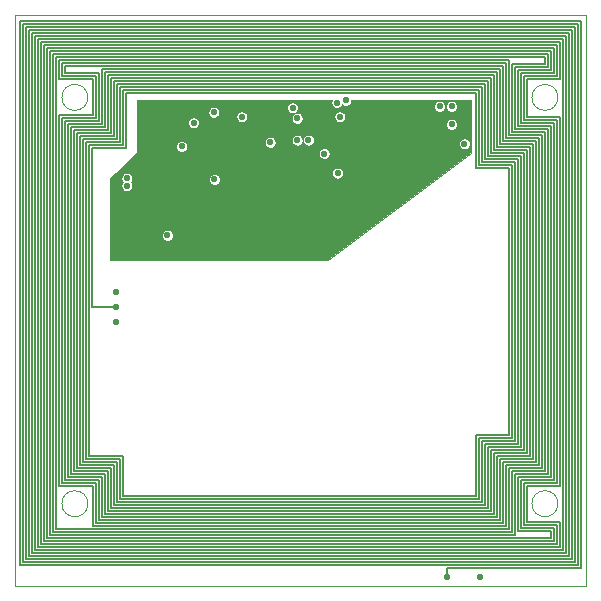
<source format=gbr>
%TF.GenerationSoftware,KiCad,Pcbnew,(5.1.4)-1*%
%TF.CreationDate,2019-10-25T20:31:38-07:00*%
%TF.ProjectId,SolarCellX_v3,536f6c61-7243-4656-9c6c-585f76332e6b,rev?*%
%TF.SameCoordinates,Original*%
%TF.FileFunction,Copper,L4,Inr*%
%TF.FilePolarity,Positive*%
%FSLAX46Y46*%
G04 Gerber Fmt 4.6, Leading zero omitted, Abs format (unit mm)*
G04 Created by KiCad (PCBNEW (5.1.4)-1) date 2019-10-25 20:31:38*
%MOMM*%
%LPD*%
G04 APERTURE LIST*
%ADD10C,0.050000*%
%ADD11C,0.584200*%
%ADD12C,0.127000*%
%ADD13C,0.088900*%
G04 APERTURE END LIST*
D10*
X96200000Y-47000000D02*
G75*
G03X96200000Y-47000000I-1100000J0D01*
G01*
X96200000Y-81400000D02*
G75*
G03X96200000Y-81400000I-1100000J0D01*
G01*
X136000000Y-81400000D02*
G75*
G03X136000000Y-81400000I-1100000J0D01*
G01*
X136000000Y-47000000D02*
G75*
G03X136000000Y-47000000I-1100000J0D01*
G01*
X90000000Y-88400000D02*
X138400000Y-88400000D01*
X90000000Y-88400000D02*
X90000000Y-40000000D01*
X138400000Y-40000000D02*
X138400000Y-88400000D01*
X90000000Y-40000000D02*
X138400000Y-40000000D01*
D11*
X106253260Y-51754256D03*
X107523260Y-51754256D03*
X106253260Y-50509656D03*
X109410500Y-52514500D03*
X107530900Y-50485040D03*
X106923840Y-51092100D03*
X104302012Y-52519693D03*
X122999500Y-53276500D03*
X122999500Y-52578000D03*
X122999500Y-51879500D03*
X122999500Y-49276000D03*
X124142510Y-49466500D03*
X124523500Y-50927000D03*
X122999500Y-48387000D03*
X125984000Y-47752000D03*
X117537610Y-48650791D03*
X117348000Y-53403500D03*
X128079500Y-50927000D03*
X127000000Y-47752000D03*
X118047740Y-47243775D03*
X127000000Y-49276000D03*
X117284500Y-47434502D03*
X106913660Y-53938656D03*
X113538000Y-47879000D03*
X105156000Y-49149000D03*
X111633000Y-50800000D03*
X113919000Y-48768000D03*
X116205000Y-51752500D03*
X106870500Y-48260000D03*
X109232672Y-48653690D03*
X104144156Y-51144656D03*
X102933500Y-58674000D03*
X99504500Y-53848000D03*
X99504500Y-54483000D03*
X126619000Y-87630000D03*
X98552000Y-64770000D03*
X98552000Y-63500000D03*
X98552000Y-66040000D03*
X129413000Y-87630000D03*
X113919000Y-50609500D03*
X114871500Y-50609500D03*
D12*
X97155000Y-82804000D02*
X131064000Y-82804000D01*
X97155000Y-79375000D02*
X97155000Y-82804000D01*
X94234000Y-79375000D02*
X97155000Y-79375000D01*
X131826000Y-78359000D02*
X134620000Y-78359000D01*
X94234000Y-44958000D02*
X97155000Y-44958000D01*
X131318000Y-44323000D02*
X94234000Y-44323000D01*
X131318000Y-50673000D02*
X131318000Y-44323000D01*
X97155000Y-49022000D02*
X94234000Y-49022000D01*
X134112000Y-77851000D02*
X134112000Y-50673000D01*
X131318000Y-77851000D02*
X134112000Y-77851000D01*
X93726000Y-43815000D02*
X93726000Y-45466000D01*
X134620000Y-50165000D02*
X131826000Y-50165000D01*
X131826000Y-50165000D02*
X131826000Y-43815000D01*
X96901000Y-83058000D02*
X131318000Y-83058000D01*
X131826000Y-83566000D02*
X131826000Y-78359000D01*
X96647000Y-48514000D02*
X93726000Y-48514000D01*
X94234000Y-49022000D02*
X94234000Y-79375000D01*
X97155000Y-44958000D02*
X97155000Y-49022000D01*
X94234000Y-44323000D02*
X94234000Y-44958000D01*
X134112000Y-50673000D02*
X131318000Y-50673000D01*
X131318000Y-83058000D02*
X131318000Y-77851000D01*
X133858000Y-77597000D02*
X133858000Y-76962000D01*
X97409000Y-79121000D02*
X97409000Y-82550000D01*
X94488000Y-79121000D02*
X97409000Y-79121000D01*
X133604000Y-51181000D02*
X130810000Y-51181000D01*
X130556000Y-77089000D02*
X133350000Y-77089000D01*
X130556000Y-82296000D02*
X130556000Y-77089000D01*
X133604000Y-77343000D02*
X133604000Y-51181000D01*
X97409000Y-49276000D02*
X94488000Y-49276000D01*
X133350000Y-77089000D02*
X133350000Y-76708000D01*
X98933000Y-82296000D02*
X130556000Y-82296000D01*
X130810000Y-44831000D02*
X129921000Y-44831000D01*
X130810000Y-51181000D02*
X130810000Y-44831000D01*
X130810000Y-82550000D02*
X130810000Y-77343000D01*
X97409000Y-44577000D02*
X97409000Y-49276000D01*
X129921000Y-44577000D02*
X97409000Y-44577000D01*
X130810000Y-77343000D02*
X133604000Y-77343000D01*
X97409000Y-82550000D02*
X130810000Y-82550000D01*
X94488000Y-49276000D02*
X94488000Y-79121000D01*
X134874000Y-78105000D02*
X134874000Y-77978000D01*
X96647000Y-45466000D02*
X96647000Y-48514000D01*
X134620000Y-78359000D02*
X134620000Y-50165000D01*
X93980000Y-44069000D02*
X93980000Y-45212000D01*
X96647000Y-83312000D02*
X131572000Y-83312000D01*
X93472000Y-83566000D02*
X131826000Y-83566000D01*
X131572000Y-50419000D02*
X131572000Y-44069000D01*
X93980000Y-48768000D02*
X93980000Y-79629000D01*
X93726000Y-79883000D02*
X96647000Y-79883000D01*
X131572000Y-83312000D02*
X131572000Y-78105000D01*
X131064000Y-82804000D02*
X131064000Y-77597000D01*
X96901000Y-48768000D02*
X93980000Y-48768000D01*
X132080000Y-49911000D02*
X132080000Y-44196000D01*
X134874000Y-44196000D02*
X134874000Y-43561000D01*
X93726000Y-48514000D02*
X93726000Y-79883000D01*
X134366000Y-78105000D02*
X134366000Y-50419000D01*
X131572000Y-78105000D02*
X134366000Y-78105000D01*
X134874000Y-43561000D02*
X93472000Y-43561000D01*
X134874000Y-77978000D02*
X134874000Y-49911000D01*
X96901000Y-79629000D02*
X96901000Y-83058000D01*
X96647000Y-79883000D02*
X96647000Y-83312000D01*
X96901000Y-45212000D02*
X96901000Y-48768000D01*
X93980000Y-79629000D02*
X96901000Y-79629000D01*
X132080000Y-44196000D02*
X134874000Y-44196000D01*
X131826000Y-43815000D02*
X93726000Y-43815000D01*
X134874000Y-49911000D02*
X132080000Y-49911000D01*
X134366000Y-50419000D02*
X131572000Y-50419000D01*
X93472000Y-43561000D02*
X93472000Y-83566000D01*
X131064000Y-77597000D02*
X133858000Y-77597000D01*
X131572000Y-44069000D02*
X93980000Y-44069000D01*
X93726000Y-45466000D02*
X96647000Y-45466000D01*
X93980000Y-45212000D02*
X96901000Y-45212000D01*
X97663000Y-78867000D02*
X97663000Y-82296000D01*
X97663000Y-49530000D02*
X94742000Y-49530000D01*
X97663000Y-82296000D02*
X98933000Y-82296000D01*
X94742000Y-78867000D02*
X97663000Y-78867000D01*
X94742000Y-49530000D02*
X94742000Y-78867000D01*
X98933000Y-82296000D02*
X98806000Y-82296000D01*
X97663000Y-44831000D02*
X97663000Y-49530000D01*
X129921000Y-44831000D02*
X97663000Y-44831000D01*
X133858000Y-50927000D02*
X131064000Y-50927000D01*
X131064000Y-50927000D02*
X131064000Y-44577000D01*
X99441000Y-81788000D02*
X99314000Y-81788000D01*
X131064000Y-44577000D02*
X129921000Y-44577000D01*
X133858000Y-77089000D02*
X133858000Y-50927000D01*
X130048000Y-44831000D02*
X129921000Y-44831000D01*
X130048000Y-44577000D02*
X129921000Y-44577000D01*
X137922000Y-40513000D02*
X137922000Y-86868000D01*
X90424000Y-40513000D02*
X137922000Y-40513000D01*
X90424000Y-86614000D02*
X90424000Y-40513000D01*
X137668000Y-86614000D02*
X90424000Y-86614000D01*
X137668000Y-40767000D02*
X137668000Y-86614000D01*
X90678000Y-40767000D02*
X137668000Y-40767000D01*
X90678000Y-86360000D02*
X90678000Y-40767000D01*
X137414000Y-86360000D02*
X90678000Y-86360000D01*
X137414000Y-41021000D02*
X137414000Y-86360000D01*
X90932000Y-41021000D02*
X137414000Y-41021000D01*
X90932000Y-86106000D02*
X90932000Y-41021000D01*
X135636000Y-79375000D02*
X132842000Y-79375000D01*
X135636000Y-49149000D02*
X135636000Y-79375000D01*
X92710000Y-42799000D02*
X135636000Y-42799000D01*
X92710000Y-84328000D02*
X92710000Y-42799000D01*
X135382000Y-84328000D02*
X92710000Y-84328000D01*
X135382000Y-83693000D02*
X135382000Y-84328000D01*
X132080000Y-78613000D02*
X132080000Y-83820000D01*
X135636000Y-44958000D02*
X132842000Y-44958000D01*
X132334000Y-44450000D02*
X132334000Y-49657000D01*
X132588000Y-83693000D02*
X135382000Y-83693000D01*
X92456000Y-84582000D02*
X92456000Y-42545000D01*
X132588000Y-79121000D02*
X132588000Y-83693000D01*
X133350000Y-48641000D02*
X136144000Y-48641000D01*
X135382000Y-79121000D02*
X132588000Y-79121000D01*
X135636000Y-83439000D02*
X135636000Y-84582000D01*
X135382000Y-49403000D02*
X135382000Y-79121000D01*
X136144000Y-48641000D02*
X136144000Y-79883000D01*
X132588000Y-44704000D02*
X132588000Y-49403000D01*
X92202000Y-42291000D02*
X136144000Y-42291000D01*
X135382000Y-44704000D02*
X132588000Y-44704000D01*
X136144000Y-45466000D02*
X133350000Y-45466000D01*
X132842000Y-79375000D02*
X132842000Y-83439000D01*
X135128000Y-44450000D02*
X132334000Y-44450000D01*
X132842000Y-49149000D02*
X135636000Y-49149000D01*
X93218000Y-43307000D02*
X135128000Y-43307000D01*
X132080000Y-83820000D02*
X93218000Y-83820000D01*
X136398000Y-42037000D02*
X136398000Y-85344000D01*
X132842000Y-44958000D02*
X132842000Y-49149000D01*
X134874000Y-77978000D02*
X134874000Y-78613000D01*
X136144000Y-79883000D02*
X133350000Y-79883000D01*
X126619000Y-86868000D02*
X126619000Y-87630000D01*
X93218000Y-83820000D02*
X93218000Y-43307000D01*
X135890000Y-84836000D02*
X92202000Y-84836000D01*
X132334000Y-78867000D02*
X132334000Y-84074000D01*
X132842000Y-83439000D02*
X135636000Y-83439000D01*
X137922000Y-86868000D02*
X126619000Y-86868000D01*
X134874000Y-78613000D02*
X132080000Y-78613000D01*
X133096000Y-48895000D02*
X135890000Y-48895000D01*
X135128000Y-43307000D02*
X135128000Y-44450000D01*
X133096000Y-83185000D02*
X135890000Y-83185000D01*
X135636000Y-42799000D02*
X135636000Y-44958000D01*
X132334000Y-49657000D02*
X135128000Y-49657000D01*
X133350000Y-79883000D02*
X133350000Y-82931000D01*
X135128000Y-49657000D02*
X135128000Y-78867000D01*
X135890000Y-42545000D02*
X135890000Y-45212000D01*
X135128000Y-78867000D02*
X132334000Y-78867000D01*
X135382000Y-43053000D02*
X135382000Y-44704000D01*
X132334000Y-84074000D02*
X92964000Y-84074000D01*
X133350000Y-82931000D02*
X136144000Y-82931000D01*
X132588000Y-49403000D02*
X135382000Y-49403000D01*
X92964000Y-84074000D02*
X92964000Y-43053000D01*
X92202000Y-84836000D02*
X92202000Y-42291000D01*
X92964000Y-43053000D02*
X135382000Y-43053000D01*
X135636000Y-84582000D02*
X92456000Y-84582000D01*
X92456000Y-42545000D02*
X135890000Y-42545000D01*
X135890000Y-45212000D02*
X133096000Y-45212000D01*
X133096000Y-45212000D02*
X133096000Y-48895000D01*
X135890000Y-48895000D02*
X135890000Y-79629000D01*
X135890000Y-79629000D02*
X133096000Y-79629000D01*
X133096000Y-79629000D02*
X133096000Y-83185000D01*
X135890000Y-83185000D02*
X135890000Y-84836000D01*
X136144000Y-42291000D02*
X136144000Y-45466000D01*
X133350000Y-45466000D02*
X133350000Y-48641000D01*
X136144000Y-82931000D02*
X136144000Y-85090000D01*
X136144000Y-85090000D02*
X91948000Y-85090000D01*
X91948000Y-85090000D02*
X91948000Y-42037000D01*
X91948000Y-42037000D02*
X136398000Y-42037000D01*
X136398000Y-85344000D02*
X91694000Y-85344000D01*
X91694000Y-85344000D02*
X91694000Y-41783000D01*
X91694000Y-41783000D02*
X136652000Y-41783000D01*
X136652000Y-41783000D02*
X136652000Y-85598000D01*
X136652000Y-85598000D02*
X91440000Y-85598000D01*
X91440000Y-85598000D02*
X91440000Y-41529000D01*
X91440000Y-41529000D02*
X136906000Y-41529000D01*
X136906000Y-41529000D02*
X136906000Y-85852000D01*
X136906000Y-85852000D02*
X91186000Y-85852000D01*
X91186000Y-85852000D02*
X91186000Y-41275000D01*
X91186000Y-41275000D02*
X137160000Y-41275000D01*
X137160000Y-41275000D02*
X137160000Y-86106000D01*
X137160000Y-86106000D02*
X90932000Y-86106000D01*
X100457000Y-80772000D02*
X129032000Y-80772000D01*
X129032000Y-80772000D02*
X129032000Y-75565000D01*
X131826000Y-52959000D02*
X129032000Y-52959000D01*
X129032000Y-75565000D02*
X131826000Y-75565000D01*
X131826000Y-75565000D02*
X131826000Y-52959000D01*
X129032000Y-52959000D02*
X129032000Y-46609000D01*
X129032000Y-46609000D02*
X99441000Y-46609000D01*
X99441000Y-46609000D02*
X99441000Y-51308000D01*
X99441000Y-51308000D02*
X96520000Y-51308000D01*
X96520000Y-51308000D02*
X96520000Y-64770000D01*
X96520000Y-64770000D02*
X98552000Y-64770000D01*
X132080000Y-75819000D02*
X132080000Y-52705000D01*
X98933000Y-81026000D02*
X129286000Y-81026000D01*
X96012000Y-50800000D02*
X96012000Y-77597000D01*
X98933000Y-50800000D02*
X96012000Y-50800000D01*
X98933000Y-46101000D02*
X98933000Y-50800000D01*
X129540000Y-46101000D02*
X98933000Y-46101000D01*
X129540000Y-52451000D02*
X129540000Y-46101000D01*
X132334000Y-52451000D02*
X129540000Y-52451000D01*
X132334000Y-76073000D02*
X132334000Y-52451000D01*
X129540000Y-81280000D02*
X129540000Y-76073000D01*
X98679000Y-81280000D02*
X129540000Y-81280000D01*
X95758000Y-77851000D02*
X98679000Y-77851000D01*
X95758000Y-50546000D02*
X95758000Y-77851000D01*
X98679000Y-50546000D02*
X95758000Y-50546000D01*
X129794000Y-45847000D02*
X98679000Y-45847000D01*
X132588000Y-52197000D02*
X129794000Y-52197000D01*
X129794000Y-81534000D02*
X129794000Y-76327000D01*
X98425000Y-81534000D02*
X129794000Y-81534000D01*
X98425000Y-78105000D02*
X98425000Y-81534000D01*
X95504000Y-78105000D02*
X98425000Y-78105000D01*
X98425000Y-50292000D02*
X95504000Y-50292000D01*
X98425000Y-45593000D02*
X98425000Y-50292000D01*
X130048000Y-51943000D02*
X130048000Y-45593000D01*
X132842000Y-51943000D02*
X130048000Y-51943000D01*
X130048000Y-76581000D02*
X132842000Y-76581000D01*
X99441000Y-81788000D02*
X130048000Y-81788000D01*
X130048000Y-45593000D02*
X98425000Y-45593000D01*
X98679000Y-45847000D02*
X98679000Y-50546000D01*
X133350000Y-76835000D02*
X133350000Y-51435000D01*
X130556000Y-51435000D02*
X130556000Y-45085000D01*
X98171000Y-81788000D02*
X99441000Y-81788000D01*
X97917000Y-49784000D02*
X94996000Y-49784000D01*
X97917000Y-78613000D02*
X97917000Y-82042000D01*
X130302000Y-51689000D02*
X130302000Y-45339000D01*
X98933000Y-77597000D02*
X98933000Y-81026000D01*
X132842000Y-76581000D02*
X132842000Y-51943000D01*
X95504000Y-50292000D02*
X95504000Y-78105000D01*
X98171000Y-45339000D02*
X98171000Y-50038000D01*
X129286000Y-81026000D02*
X129286000Y-75819000D01*
X95250000Y-50038000D02*
X95250000Y-78359000D01*
X133350000Y-51435000D02*
X130556000Y-51435000D01*
X98679000Y-77851000D02*
X98679000Y-81280000D01*
X98171000Y-50038000D02*
X95250000Y-50038000D01*
X129794000Y-76327000D02*
X132588000Y-76327000D01*
X129286000Y-75819000D02*
X132080000Y-75819000D01*
X130302000Y-45339000D02*
X98171000Y-45339000D01*
X130048000Y-81788000D02*
X130048000Y-76581000D01*
X129540000Y-76073000D02*
X132334000Y-76073000D01*
X130302000Y-82042000D02*
X130302000Y-76835000D01*
X132588000Y-76327000D02*
X132588000Y-52197000D01*
X129794000Y-52197000D02*
X129794000Y-45847000D01*
X130556000Y-45085000D02*
X97917000Y-45085000D01*
X96012000Y-77597000D02*
X98933000Y-77597000D01*
X129286000Y-52705000D02*
X129286000Y-46355000D01*
X97917000Y-82042000D02*
X130302000Y-82042000D01*
X132080000Y-52705000D02*
X129286000Y-52705000D01*
X129286000Y-46355000D02*
X99187000Y-46355000D01*
X99187000Y-46355000D02*
X99187000Y-51054000D01*
X99187000Y-51054000D02*
X96266000Y-51054000D01*
X96266000Y-51054000D02*
X96266000Y-77343000D01*
X96266000Y-77343000D02*
X99187000Y-77343000D01*
X99187000Y-77343000D02*
X99187000Y-80772000D01*
X99187000Y-80772000D02*
X100584000Y-80772000D01*
X94996000Y-78613000D02*
X97917000Y-78613000D01*
X95250000Y-78359000D02*
X98171000Y-78359000D01*
X133096000Y-51689000D02*
X130302000Y-51689000D01*
X97917000Y-45085000D02*
X97917000Y-49784000D01*
X133096000Y-76835000D02*
X133096000Y-51689000D01*
X94996000Y-49784000D02*
X94996000Y-78613000D01*
X98171000Y-78359000D02*
X98171000Y-81788000D01*
X130302000Y-76835000D02*
X133096000Y-76835000D01*
D13*
G36*
X116838764Y-47299289D02*
G01*
X116820950Y-47388846D01*
X116820950Y-47480158D01*
X116838764Y-47569715D01*
X116873707Y-47654075D01*
X116924437Y-47729998D01*
X116989004Y-47794565D01*
X117064927Y-47845295D01*
X117149287Y-47880238D01*
X117238844Y-47898052D01*
X117330156Y-47898052D01*
X117419713Y-47880238D01*
X117504073Y-47845295D01*
X117579996Y-47794565D01*
X117644563Y-47729998D01*
X117695293Y-47654075D01*
X117726688Y-47578282D01*
X117752244Y-47603838D01*
X117828167Y-47654568D01*
X117912527Y-47689511D01*
X118002084Y-47707325D01*
X118093396Y-47707325D01*
X118098327Y-47706344D01*
X125520450Y-47706344D01*
X125520450Y-47797656D01*
X125538264Y-47887213D01*
X125573207Y-47971573D01*
X125623937Y-48047496D01*
X125688504Y-48112063D01*
X125764427Y-48162793D01*
X125848787Y-48197736D01*
X125938344Y-48215550D01*
X126029656Y-48215550D01*
X126119213Y-48197736D01*
X126203573Y-48162793D01*
X126279496Y-48112063D01*
X126344063Y-48047496D01*
X126394793Y-47971573D01*
X126429736Y-47887213D01*
X126447550Y-47797656D01*
X126447550Y-47706344D01*
X126536450Y-47706344D01*
X126536450Y-47797656D01*
X126554264Y-47887213D01*
X126589207Y-47971573D01*
X126639937Y-48047496D01*
X126704504Y-48112063D01*
X126780427Y-48162793D01*
X126864787Y-48197736D01*
X126954344Y-48215550D01*
X127045656Y-48215550D01*
X127135213Y-48197736D01*
X127219573Y-48162793D01*
X127295496Y-48112063D01*
X127360063Y-48047496D01*
X127410793Y-47971573D01*
X127445736Y-47887213D01*
X127463550Y-47797656D01*
X127463550Y-47706344D01*
X127445736Y-47616787D01*
X127410793Y-47532427D01*
X127360063Y-47456504D01*
X127295496Y-47391937D01*
X127219573Y-47341207D01*
X127135213Y-47306264D01*
X127045656Y-47288450D01*
X126954344Y-47288450D01*
X126864787Y-47306264D01*
X126780427Y-47341207D01*
X126704504Y-47391937D01*
X126639937Y-47456504D01*
X126589207Y-47532427D01*
X126554264Y-47616787D01*
X126536450Y-47706344D01*
X126447550Y-47706344D01*
X126429736Y-47616787D01*
X126394793Y-47532427D01*
X126344063Y-47456504D01*
X126279496Y-47391937D01*
X126203573Y-47341207D01*
X126119213Y-47306264D01*
X126029656Y-47288450D01*
X125938344Y-47288450D01*
X125848787Y-47306264D01*
X125764427Y-47341207D01*
X125688504Y-47391937D01*
X125623937Y-47456504D01*
X125573207Y-47532427D01*
X125538264Y-47616787D01*
X125520450Y-47706344D01*
X118098327Y-47706344D01*
X118182953Y-47689511D01*
X118267313Y-47654568D01*
X118343236Y-47603838D01*
X118407803Y-47539271D01*
X118458533Y-47463348D01*
X118493476Y-47378988D01*
X118511290Y-47289431D01*
X118511290Y-47224950D01*
X128670050Y-47224950D01*
X128670050Y-51730089D01*
X116507849Y-60725050D01*
X98088450Y-60725050D01*
X98088450Y-58628344D01*
X102469950Y-58628344D01*
X102469950Y-58719656D01*
X102487764Y-58809213D01*
X102522707Y-58893573D01*
X102573437Y-58969496D01*
X102638004Y-59034063D01*
X102713927Y-59084793D01*
X102798287Y-59119736D01*
X102887844Y-59137550D01*
X102979156Y-59137550D01*
X103068713Y-59119736D01*
X103153073Y-59084793D01*
X103228996Y-59034063D01*
X103293563Y-58969496D01*
X103344293Y-58893573D01*
X103379236Y-58809213D01*
X103397050Y-58719656D01*
X103397050Y-58628344D01*
X103379236Y-58538787D01*
X103344293Y-58454427D01*
X103293563Y-58378504D01*
X103228996Y-58313937D01*
X103153073Y-58263207D01*
X103068713Y-58228264D01*
X102979156Y-58210450D01*
X102887844Y-58210450D01*
X102798287Y-58228264D01*
X102713927Y-58263207D01*
X102638004Y-58313937D01*
X102573437Y-58378504D01*
X102522707Y-58454427D01*
X102487764Y-58538787D01*
X102469950Y-58628344D01*
X98088450Y-58628344D01*
X98088450Y-53803279D01*
X98089411Y-53802344D01*
X99040950Y-53802344D01*
X99040950Y-53893656D01*
X99058764Y-53983213D01*
X99093707Y-54067573D01*
X99144437Y-54143496D01*
X99166441Y-54165500D01*
X99144437Y-54187504D01*
X99093707Y-54263427D01*
X99058764Y-54347787D01*
X99040950Y-54437344D01*
X99040950Y-54528656D01*
X99058764Y-54618213D01*
X99093707Y-54702573D01*
X99144437Y-54778496D01*
X99209004Y-54843063D01*
X99284927Y-54893793D01*
X99369287Y-54928736D01*
X99458844Y-54946550D01*
X99550156Y-54946550D01*
X99639713Y-54928736D01*
X99724073Y-54893793D01*
X99799996Y-54843063D01*
X99864563Y-54778496D01*
X99915293Y-54702573D01*
X99950236Y-54618213D01*
X99968050Y-54528656D01*
X99968050Y-54437344D01*
X99950236Y-54347787D01*
X99915293Y-54263427D01*
X99864563Y-54187504D01*
X99842559Y-54165500D01*
X99864563Y-54143496D01*
X99915293Y-54067573D01*
X99950236Y-53983213D01*
X99968050Y-53893656D01*
X99968050Y-53893000D01*
X106450110Y-53893000D01*
X106450110Y-53984312D01*
X106467924Y-54073869D01*
X106502867Y-54158229D01*
X106553597Y-54234152D01*
X106618164Y-54298719D01*
X106694087Y-54349449D01*
X106778447Y-54384392D01*
X106868004Y-54402206D01*
X106959316Y-54402206D01*
X107048873Y-54384392D01*
X107133233Y-54349449D01*
X107209156Y-54298719D01*
X107273723Y-54234152D01*
X107324453Y-54158229D01*
X107359396Y-54073869D01*
X107377210Y-53984312D01*
X107377210Y-53893000D01*
X107359396Y-53803443D01*
X107324453Y-53719083D01*
X107273723Y-53643160D01*
X107209156Y-53578593D01*
X107133233Y-53527863D01*
X107048873Y-53492920D01*
X106959316Y-53475106D01*
X106868004Y-53475106D01*
X106778447Y-53492920D01*
X106694087Y-53527863D01*
X106618164Y-53578593D01*
X106553597Y-53643160D01*
X106502867Y-53719083D01*
X106467924Y-53803443D01*
X106450110Y-53893000D01*
X99968050Y-53893000D01*
X99968050Y-53802344D01*
X99950236Y-53712787D01*
X99915293Y-53628427D01*
X99864563Y-53552504D01*
X99799996Y-53487937D01*
X99724073Y-53437207D01*
X99639713Y-53402264D01*
X99550156Y-53384450D01*
X99458844Y-53384450D01*
X99369287Y-53402264D01*
X99284927Y-53437207D01*
X99209004Y-53487937D01*
X99144437Y-53552504D01*
X99093707Y-53628427D01*
X99058764Y-53712787D01*
X99040950Y-53802344D01*
X98089411Y-53802344D01*
X98546611Y-53357844D01*
X116884450Y-53357844D01*
X116884450Y-53449156D01*
X116902264Y-53538713D01*
X116937207Y-53623073D01*
X116987937Y-53698996D01*
X117052504Y-53763563D01*
X117128427Y-53814293D01*
X117212787Y-53849236D01*
X117302344Y-53867050D01*
X117393656Y-53867050D01*
X117483213Y-53849236D01*
X117567573Y-53814293D01*
X117643496Y-53763563D01*
X117708063Y-53698996D01*
X117758793Y-53623073D01*
X117793736Y-53538713D01*
X117811550Y-53449156D01*
X117811550Y-53357844D01*
X117793736Y-53268287D01*
X117758793Y-53183927D01*
X117708063Y-53108004D01*
X117643496Y-53043437D01*
X117567573Y-52992707D01*
X117483213Y-52957764D01*
X117393656Y-52939950D01*
X117302344Y-52939950D01*
X117212787Y-52957764D01*
X117128427Y-52992707D01*
X117052504Y-53043437D01*
X116987937Y-53108004D01*
X116937207Y-53183927D01*
X116902264Y-53268287D01*
X116884450Y-53357844D01*
X98546611Y-53357844D01*
X100244783Y-51706844D01*
X115741450Y-51706844D01*
X115741450Y-51798156D01*
X115759264Y-51887713D01*
X115794207Y-51972073D01*
X115844937Y-52047996D01*
X115909504Y-52112563D01*
X115985427Y-52163293D01*
X116069787Y-52198236D01*
X116159344Y-52216050D01*
X116250656Y-52216050D01*
X116340213Y-52198236D01*
X116424573Y-52163293D01*
X116500496Y-52112563D01*
X116565063Y-52047996D01*
X116615793Y-51972073D01*
X116650736Y-51887713D01*
X116668550Y-51798156D01*
X116668550Y-51706844D01*
X116650736Y-51617287D01*
X116615793Y-51532927D01*
X116565063Y-51457004D01*
X116500496Y-51392437D01*
X116424573Y-51341707D01*
X116340213Y-51306764D01*
X116250656Y-51288950D01*
X116159344Y-51288950D01*
X116069787Y-51306764D01*
X115985427Y-51341707D01*
X115909504Y-51392437D01*
X115844937Y-51457004D01*
X115794207Y-51532927D01*
X115759264Y-51617287D01*
X115741450Y-51706844D01*
X100244783Y-51706844D01*
X100360985Y-51593870D01*
X100366607Y-51587213D01*
X100370823Y-51579587D01*
X100373469Y-51571285D01*
X100374450Y-51562000D01*
X100374450Y-51099000D01*
X103680606Y-51099000D01*
X103680606Y-51190312D01*
X103698420Y-51279869D01*
X103733363Y-51364229D01*
X103784093Y-51440152D01*
X103848660Y-51504719D01*
X103924583Y-51555449D01*
X104008943Y-51590392D01*
X104098500Y-51608206D01*
X104189812Y-51608206D01*
X104279369Y-51590392D01*
X104363729Y-51555449D01*
X104439652Y-51504719D01*
X104504219Y-51440152D01*
X104554949Y-51364229D01*
X104589892Y-51279869D01*
X104607706Y-51190312D01*
X104607706Y-51099000D01*
X104589892Y-51009443D01*
X104554949Y-50925083D01*
X104504219Y-50849160D01*
X104439652Y-50784593D01*
X104394382Y-50754344D01*
X111169450Y-50754344D01*
X111169450Y-50845656D01*
X111187264Y-50935213D01*
X111222207Y-51019573D01*
X111272937Y-51095496D01*
X111337504Y-51160063D01*
X111413427Y-51210793D01*
X111497787Y-51245736D01*
X111587344Y-51263550D01*
X111678656Y-51263550D01*
X111768213Y-51245736D01*
X111852573Y-51210793D01*
X111928496Y-51160063D01*
X111993063Y-51095496D01*
X112043793Y-51019573D01*
X112078736Y-50935213D01*
X112096550Y-50845656D01*
X112096550Y-50754344D01*
X112078736Y-50664787D01*
X112043793Y-50580427D01*
X112032713Y-50563844D01*
X113455450Y-50563844D01*
X113455450Y-50655156D01*
X113473264Y-50744713D01*
X113508207Y-50829073D01*
X113558937Y-50904996D01*
X113623504Y-50969563D01*
X113699427Y-51020293D01*
X113783787Y-51055236D01*
X113873344Y-51073050D01*
X113964656Y-51073050D01*
X114054213Y-51055236D01*
X114138573Y-51020293D01*
X114214496Y-50969563D01*
X114279063Y-50904996D01*
X114329793Y-50829073D01*
X114364736Y-50744713D01*
X114382550Y-50655156D01*
X114382550Y-50563844D01*
X114407950Y-50563844D01*
X114407950Y-50655156D01*
X114425764Y-50744713D01*
X114460707Y-50829073D01*
X114511437Y-50904996D01*
X114576004Y-50969563D01*
X114651927Y-51020293D01*
X114736287Y-51055236D01*
X114825844Y-51073050D01*
X114917156Y-51073050D01*
X115006713Y-51055236D01*
X115091073Y-51020293D01*
X115166996Y-50969563D01*
X115231563Y-50904996D01*
X115247366Y-50881344D01*
X127615950Y-50881344D01*
X127615950Y-50972656D01*
X127633764Y-51062213D01*
X127668707Y-51146573D01*
X127719437Y-51222496D01*
X127784004Y-51287063D01*
X127859927Y-51337793D01*
X127944287Y-51372736D01*
X128033844Y-51390550D01*
X128125156Y-51390550D01*
X128214713Y-51372736D01*
X128299073Y-51337793D01*
X128374996Y-51287063D01*
X128439563Y-51222496D01*
X128490293Y-51146573D01*
X128525236Y-51062213D01*
X128543050Y-50972656D01*
X128543050Y-50881344D01*
X128525236Y-50791787D01*
X128490293Y-50707427D01*
X128439563Y-50631504D01*
X128374996Y-50566937D01*
X128299073Y-50516207D01*
X128214713Y-50481264D01*
X128125156Y-50463450D01*
X128033844Y-50463450D01*
X127944287Y-50481264D01*
X127859927Y-50516207D01*
X127784004Y-50566937D01*
X127719437Y-50631504D01*
X127668707Y-50707427D01*
X127633764Y-50791787D01*
X127615950Y-50881344D01*
X115247366Y-50881344D01*
X115282293Y-50829073D01*
X115317236Y-50744713D01*
X115335050Y-50655156D01*
X115335050Y-50563844D01*
X115317236Y-50474287D01*
X115282293Y-50389927D01*
X115231563Y-50314004D01*
X115166996Y-50249437D01*
X115091073Y-50198707D01*
X115006713Y-50163764D01*
X114917156Y-50145950D01*
X114825844Y-50145950D01*
X114736287Y-50163764D01*
X114651927Y-50198707D01*
X114576004Y-50249437D01*
X114511437Y-50314004D01*
X114460707Y-50389927D01*
X114425764Y-50474287D01*
X114407950Y-50563844D01*
X114382550Y-50563844D01*
X114364736Y-50474287D01*
X114329793Y-50389927D01*
X114279063Y-50314004D01*
X114214496Y-50249437D01*
X114138573Y-50198707D01*
X114054213Y-50163764D01*
X113964656Y-50145950D01*
X113873344Y-50145950D01*
X113783787Y-50163764D01*
X113699427Y-50198707D01*
X113623504Y-50249437D01*
X113558937Y-50314004D01*
X113508207Y-50389927D01*
X113473264Y-50474287D01*
X113455450Y-50563844D01*
X112032713Y-50563844D01*
X111993063Y-50504504D01*
X111928496Y-50439937D01*
X111852573Y-50389207D01*
X111768213Y-50354264D01*
X111678656Y-50336450D01*
X111587344Y-50336450D01*
X111497787Y-50354264D01*
X111413427Y-50389207D01*
X111337504Y-50439937D01*
X111272937Y-50504504D01*
X111222207Y-50580427D01*
X111187264Y-50664787D01*
X111169450Y-50754344D01*
X104394382Y-50754344D01*
X104363729Y-50733863D01*
X104279369Y-50698920D01*
X104189812Y-50681106D01*
X104098500Y-50681106D01*
X104008943Y-50698920D01*
X103924583Y-50733863D01*
X103848660Y-50784593D01*
X103784093Y-50849160D01*
X103733363Y-50925083D01*
X103698420Y-51009443D01*
X103680606Y-51099000D01*
X100374450Y-51099000D01*
X100374450Y-49103344D01*
X104692450Y-49103344D01*
X104692450Y-49194656D01*
X104710264Y-49284213D01*
X104745207Y-49368573D01*
X104795937Y-49444496D01*
X104860504Y-49509063D01*
X104936427Y-49559793D01*
X105020787Y-49594736D01*
X105110344Y-49612550D01*
X105201656Y-49612550D01*
X105291213Y-49594736D01*
X105375573Y-49559793D01*
X105451496Y-49509063D01*
X105516063Y-49444496D01*
X105566793Y-49368573D01*
X105601736Y-49284213D01*
X105619550Y-49194656D01*
X105619550Y-49103344D01*
X105601736Y-49013787D01*
X105566793Y-48929427D01*
X105516063Y-48853504D01*
X105451496Y-48788937D01*
X105375573Y-48738207D01*
X105291213Y-48703264D01*
X105201656Y-48685450D01*
X105110344Y-48685450D01*
X105020787Y-48703264D01*
X104936427Y-48738207D01*
X104860504Y-48788937D01*
X104795937Y-48853504D01*
X104745207Y-48929427D01*
X104710264Y-49013787D01*
X104692450Y-49103344D01*
X100374450Y-49103344D01*
X100374450Y-48214344D01*
X106406950Y-48214344D01*
X106406950Y-48305656D01*
X106424764Y-48395213D01*
X106459707Y-48479573D01*
X106510437Y-48555496D01*
X106575004Y-48620063D01*
X106650927Y-48670793D01*
X106735287Y-48705736D01*
X106824844Y-48723550D01*
X106916156Y-48723550D01*
X107005713Y-48705736D01*
X107090073Y-48670793D01*
X107165996Y-48620063D01*
X107178025Y-48608034D01*
X108769122Y-48608034D01*
X108769122Y-48699346D01*
X108786936Y-48788903D01*
X108821879Y-48873263D01*
X108872609Y-48949186D01*
X108937176Y-49013753D01*
X109013099Y-49064483D01*
X109097459Y-49099426D01*
X109187016Y-49117240D01*
X109278328Y-49117240D01*
X109367885Y-49099426D01*
X109452245Y-49064483D01*
X109528168Y-49013753D01*
X109592735Y-48949186D01*
X109643465Y-48873263D01*
X109678408Y-48788903D01*
X109691647Y-48722344D01*
X113455450Y-48722344D01*
X113455450Y-48813656D01*
X113473264Y-48903213D01*
X113508207Y-48987573D01*
X113558937Y-49063496D01*
X113623504Y-49128063D01*
X113699427Y-49178793D01*
X113783787Y-49213736D01*
X113873344Y-49231550D01*
X113964656Y-49231550D01*
X113970718Y-49230344D01*
X126536450Y-49230344D01*
X126536450Y-49321656D01*
X126554264Y-49411213D01*
X126589207Y-49495573D01*
X126639937Y-49571496D01*
X126704504Y-49636063D01*
X126780427Y-49686793D01*
X126864787Y-49721736D01*
X126954344Y-49739550D01*
X127045656Y-49739550D01*
X127135213Y-49721736D01*
X127219573Y-49686793D01*
X127295496Y-49636063D01*
X127360063Y-49571496D01*
X127410793Y-49495573D01*
X127445736Y-49411213D01*
X127463550Y-49321656D01*
X127463550Y-49230344D01*
X127445736Y-49140787D01*
X127410793Y-49056427D01*
X127360063Y-48980504D01*
X127295496Y-48915937D01*
X127219573Y-48865207D01*
X127135213Y-48830264D01*
X127045656Y-48812450D01*
X126954344Y-48812450D01*
X126864787Y-48830264D01*
X126780427Y-48865207D01*
X126704504Y-48915937D01*
X126639937Y-48980504D01*
X126589207Y-49056427D01*
X126554264Y-49140787D01*
X126536450Y-49230344D01*
X113970718Y-49230344D01*
X114054213Y-49213736D01*
X114138573Y-49178793D01*
X114214496Y-49128063D01*
X114279063Y-49063496D01*
X114329793Y-48987573D01*
X114364736Y-48903213D01*
X114382550Y-48813656D01*
X114382550Y-48722344D01*
X114364736Y-48632787D01*
X114353283Y-48605135D01*
X117074060Y-48605135D01*
X117074060Y-48696447D01*
X117091874Y-48786004D01*
X117126817Y-48870364D01*
X117177547Y-48946287D01*
X117242114Y-49010854D01*
X117318037Y-49061584D01*
X117402397Y-49096527D01*
X117491954Y-49114341D01*
X117583266Y-49114341D01*
X117672823Y-49096527D01*
X117757183Y-49061584D01*
X117833106Y-49010854D01*
X117897673Y-48946287D01*
X117948403Y-48870364D01*
X117983346Y-48786004D01*
X118001160Y-48696447D01*
X118001160Y-48605135D01*
X117983346Y-48515578D01*
X117948403Y-48431218D01*
X117897673Y-48355295D01*
X117833106Y-48290728D01*
X117757183Y-48239998D01*
X117672823Y-48205055D01*
X117583266Y-48187241D01*
X117491954Y-48187241D01*
X117402397Y-48205055D01*
X117318037Y-48239998D01*
X117242114Y-48290728D01*
X117177547Y-48355295D01*
X117126817Y-48431218D01*
X117091874Y-48515578D01*
X117074060Y-48605135D01*
X114353283Y-48605135D01*
X114329793Y-48548427D01*
X114279063Y-48472504D01*
X114214496Y-48407937D01*
X114138573Y-48357207D01*
X114054213Y-48322264D01*
X113964656Y-48304450D01*
X113873344Y-48304450D01*
X113783787Y-48322264D01*
X113699427Y-48357207D01*
X113623504Y-48407937D01*
X113558937Y-48472504D01*
X113508207Y-48548427D01*
X113473264Y-48632787D01*
X113455450Y-48722344D01*
X109691647Y-48722344D01*
X109696222Y-48699346D01*
X109696222Y-48608034D01*
X109678408Y-48518477D01*
X109643465Y-48434117D01*
X109592735Y-48358194D01*
X109528168Y-48293627D01*
X109452245Y-48242897D01*
X109367885Y-48207954D01*
X109278328Y-48190140D01*
X109187016Y-48190140D01*
X109097459Y-48207954D01*
X109013099Y-48242897D01*
X108937176Y-48293627D01*
X108872609Y-48358194D01*
X108821879Y-48434117D01*
X108786936Y-48518477D01*
X108769122Y-48608034D01*
X107178025Y-48608034D01*
X107230563Y-48555496D01*
X107281293Y-48479573D01*
X107316236Y-48395213D01*
X107334050Y-48305656D01*
X107334050Y-48214344D01*
X107316236Y-48124787D01*
X107281293Y-48040427D01*
X107230563Y-47964504D01*
X107165996Y-47899937D01*
X107090073Y-47849207D01*
X107051777Y-47833344D01*
X113074450Y-47833344D01*
X113074450Y-47924656D01*
X113092264Y-48014213D01*
X113127207Y-48098573D01*
X113177937Y-48174496D01*
X113242504Y-48239063D01*
X113318427Y-48289793D01*
X113402787Y-48324736D01*
X113492344Y-48342550D01*
X113583656Y-48342550D01*
X113673213Y-48324736D01*
X113757573Y-48289793D01*
X113833496Y-48239063D01*
X113898063Y-48174496D01*
X113948793Y-48098573D01*
X113983736Y-48014213D01*
X114001550Y-47924656D01*
X114001550Y-47833344D01*
X113983736Y-47743787D01*
X113948793Y-47659427D01*
X113898063Y-47583504D01*
X113833496Y-47518937D01*
X113757573Y-47468207D01*
X113673213Y-47433264D01*
X113583656Y-47415450D01*
X113492344Y-47415450D01*
X113402787Y-47433264D01*
X113318427Y-47468207D01*
X113242504Y-47518937D01*
X113177937Y-47583504D01*
X113127207Y-47659427D01*
X113092264Y-47743787D01*
X113074450Y-47833344D01*
X107051777Y-47833344D01*
X107005713Y-47814264D01*
X106916156Y-47796450D01*
X106824844Y-47796450D01*
X106735287Y-47814264D01*
X106650927Y-47849207D01*
X106575004Y-47899937D01*
X106510437Y-47964504D01*
X106459707Y-48040427D01*
X106424764Y-48124787D01*
X106406950Y-48214344D01*
X100374450Y-48214344D01*
X100374450Y-47224950D01*
X116869556Y-47224950D01*
X116838764Y-47299289D01*
X116838764Y-47299289D01*
G37*
X116838764Y-47299289D02*
X116820950Y-47388846D01*
X116820950Y-47480158D01*
X116838764Y-47569715D01*
X116873707Y-47654075D01*
X116924437Y-47729998D01*
X116989004Y-47794565D01*
X117064927Y-47845295D01*
X117149287Y-47880238D01*
X117238844Y-47898052D01*
X117330156Y-47898052D01*
X117419713Y-47880238D01*
X117504073Y-47845295D01*
X117579996Y-47794565D01*
X117644563Y-47729998D01*
X117695293Y-47654075D01*
X117726688Y-47578282D01*
X117752244Y-47603838D01*
X117828167Y-47654568D01*
X117912527Y-47689511D01*
X118002084Y-47707325D01*
X118093396Y-47707325D01*
X118098327Y-47706344D01*
X125520450Y-47706344D01*
X125520450Y-47797656D01*
X125538264Y-47887213D01*
X125573207Y-47971573D01*
X125623937Y-48047496D01*
X125688504Y-48112063D01*
X125764427Y-48162793D01*
X125848787Y-48197736D01*
X125938344Y-48215550D01*
X126029656Y-48215550D01*
X126119213Y-48197736D01*
X126203573Y-48162793D01*
X126279496Y-48112063D01*
X126344063Y-48047496D01*
X126394793Y-47971573D01*
X126429736Y-47887213D01*
X126447550Y-47797656D01*
X126447550Y-47706344D01*
X126536450Y-47706344D01*
X126536450Y-47797656D01*
X126554264Y-47887213D01*
X126589207Y-47971573D01*
X126639937Y-48047496D01*
X126704504Y-48112063D01*
X126780427Y-48162793D01*
X126864787Y-48197736D01*
X126954344Y-48215550D01*
X127045656Y-48215550D01*
X127135213Y-48197736D01*
X127219573Y-48162793D01*
X127295496Y-48112063D01*
X127360063Y-48047496D01*
X127410793Y-47971573D01*
X127445736Y-47887213D01*
X127463550Y-47797656D01*
X127463550Y-47706344D01*
X127445736Y-47616787D01*
X127410793Y-47532427D01*
X127360063Y-47456504D01*
X127295496Y-47391937D01*
X127219573Y-47341207D01*
X127135213Y-47306264D01*
X127045656Y-47288450D01*
X126954344Y-47288450D01*
X126864787Y-47306264D01*
X126780427Y-47341207D01*
X126704504Y-47391937D01*
X126639937Y-47456504D01*
X126589207Y-47532427D01*
X126554264Y-47616787D01*
X126536450Y-47706344D01*
X126447550Y-47706344D01*
X126429736Y-47616787D01*
X126394793Y-47532427D01*
X126344063Y-47456504D01*
X126279496Y-47391937D01*
X126203573Y-47341207D01*
X126119213Y-47306264D01*
X126029656Y-47288450D01*
X125938344Y-47288450D01*
X125848787Y-47306264D01*
X125764427Y-47341207D01*
X125688504Y-47391937D01*
X125623937Y-47456504D01*
X125573207Y-47532427D01*
X125538264Y-47616787D01*
X125520450Y-47706344D01*
X118098327Y-47706344D01*
X118182953Y-47689511D01*
X118267313Y-47654568D01*
X118343236Y-47603838D01*
X118407803Y-47539271D01*
X118458533Y-47463348D01*
X118493476Y-47378988D01*
X118511290Y-47289431D01*
X118511290Y-47224950D01*
X128670050Y-47224950D01*
X128670050Y-51730089D01*
X116507849Y-60725050D01*
X98088450Y-60725050D01*
X98088450Y-58628344D01*
X102469950Y-58628344D01*
X102469950Y-58719656D01*
X102487764Y-58809213D01*
X102522707Y-58893573D01*
X102573437Y-58969496D01*
X102638004Y-59034063D01*
X102713927Y-59084793D01*
X102798287Y-59119736D01*
X102887844Y-59137550D01*
X102979156Y-59137550D01*
X103068713Y-59119736D01*
X103153073Y-59084793D01*
X103228996Y-59034063D01*
X103293563Y-58969496D01*
X103344293Y-58893573D01*
X103379236Y-58809213D01*
X103397050Y-58719656D01*
X103397050Y-58628344D01*
X103379236Y-58538787D01*
X103344293Y-58454427D01*
X103293563Y-58378504D01*
X103228996Y-58313937D01*
X103153073Y-58263207D01*
X103068713Y-58228264D01*
X102979156Y-58210450D01*
X102887844Y-58210450D01*
X102798287Y-58228264D01*
X102713927Y-58263207D01*
X102638004Y-58313937D01*
X102573437Y-58378504D01*
X102522707Y-58454427D01*
X102487764Y-58538787D01*
X102469950Y-58628344D01*
X98088450Y-58628344D01*
X98088450Y-53803279D01*
X98089411Y-53802344D01*
X99040950Y-53802344D01*
X99040950Y-53893656D01*
X99058764Y-53983213D01*
X99093707Y-54067573D01*
X99144437Y-54143496D01*
X99166441Y-54165500D01*
X99144437Y-54187504D01*
X99093707Y-54263427D01*
X99058764Y-54347787D01*
X99040950Y-54437344D01*
X99040950Y-54528656D01*
X99058764Y-54618213D01*
X99093707Y-54702573D01*
X99144437Y-54778496D01*
X99209004Y-54843063D01*
X99284927Y-54893793D01*
X99369287Y-54928736D01*
X99458844Y-54946550D01*
X99550156Y-54946550D01*
X99639713Y-54928736D01*
X99724073Y-54893793D01*
X99799996Y-54843063D01*
X99864563Y-54778496D01*
X99915293Y-54702573D01*
X99950236Y-54618213D01*
X99968050Y-54528656D01*
X99968050Y-54437344D01*
X99950236Y-54347787D01*
X99915293Y-54263427D01*
X99864563Y-54187504D01*
X99842559Y-54165500D01*
X99864563Y-54143496D01*
X99915293Y-54067573D01*
X99950236Y-53983213D01*
X99968050Y-53893656D01*
X99968050Y-53893000D01*
X106450110Y-53893000D01*
X106450110Y-53984312D01*
X106467924Y-54073869D01*
X106502867Y-54158229D01*
X106553597Y-54234152D01*
X106618164Y-54298719D01*
X106694087Y-54349449D01*
X106778447Y-54384392D01*
X106868004Y-54402206D01*
X106959316Y-54402206D01*
X107048873Y-54384392D01*
X107133233Y-54349449D01*
X107209156Y-54298719D01*
X107273723Y-54234152D01*
X107324453Y-54158229D01*
X107359396Y-54073869D01*
X107377210Y-53984312D01*
X107377210Y-53893000D01*
X107359396Y-53803443D01*
X107324453Y-53719083D01*
X107273723Y-53643160D01*
X107209156Y-53578593D01*
X107133233Y-53527863D01*
X107048873Y-53492920D01*
X106959316Y-53475106D01*
X106868004Y-53475106D01*
X106778447Y-53492920D01*
X106694087Y-53527863D01*
X106618164Y-53578593D01*
X106553597Y-53643160D01*
X106502867Y-53719083D01*
X106467924Y-53803443D01*
X106450110Y-53893000D01*
X99968050Y-53893000D01*
X99968050Y-53802344D01*
X99950236Y-53712787D01*
X99915293Y-53628427D01*
X99864563Y-53552504D01*
X99799996Y-53487937D01*
X99724073Y-53437207D01*
X99639713Y-53402264D01*
X99550156Y-53384450D01*
X99458844Y-53384450D01*
X99369287Y-53402264D01*
X99284927Y-53437207D01*
X99209004Y-53487937D01*
X99144437Y-53552504D01*
X99093707Y-53628427D01*
X99058764Y-53712787D01*
X99040950Y-53802344D01*
X98089411Y-53802344D01*
X98546611Y-53357844D01*
X116884450Y-53357844D01*
X116884450Y-53449156D01*
X116902264Y-53538713D01*
X116937207Y-53623073D01*
X116987937Y-53698996D01*
X117052504Y-53763563D01*
X117128427Y-53814293D01*
X117212787Y-53849236D01*
X117302344Y-53867050D01*
X117393656Y-53867050D01*
X117483213Y-53849236D01*
X117567573Y-53814293D01*
X117643496Y-53763563D01*
X117708063Y-53698996D01*
X117758793Y-53623073D01*
X117793736Y-53538713D01*
X117811550Y-53449156D01*
X117811550Y-53357844D01*
X117793736Y-53268287D01*
X117758793Y-53183927D01*
X117708063Y-53108004D01*
X117643496Y-53043437D01*
X117567573Y-52992707D01*
X117483213Y-52957764D01*
X117393656Y-52939950D01*
X117302344Y-52939950D01*
X117212787Y-52957764D01*
X117128427Y-52992707D01*
X117052504Y-53043437D01*
X116987937Y-53108004D01*
X116937207Y-53183927D01*
X116902264Y-53268287D01*
X116884450Y-53357844D01*
X98546611Y-53357844D01*
X100244783Y-51706844D01*
X115741450Y-51706844D01*
X115741450Y-51798156D01*
X115759264Y-51887713D01*
X115794207Y-51972073D01*
X115844937Y-52047996D01*
X115909504Y-52112563D01*
X115985427Y-52163293D01*
X116069787Y-52198236D01*
X116159344Y-52216050D01*
X116250656Y-52216050D01*
X116340213Y-52198236D01*
X116424573Y-52163293D01*
X116500496Y-52112563D01*
X116565063Y-52047996D01*
X116615793Y-51972073D01*
X116650736Y-51887713D01*
X116668550Y-51798156D01*
X116668550Y-51706844D01*
X116650736Y-51617287D01*
X116615793Y-51532927D01*
X116565063Y-51457004D01*
X116500496Y-51392437D01*
X116424573Y-51341707D01*
X116340213Y-51306764D01*
X116250656Y-51288950D01*
X116159344Y-51288950D01*
X116069787Y-51306764D01*
X115985427Y-51341707D01*
X115909504Y-51392437D01*
X115844937Y-51457004D01*
X115794207Y-51532927D01*
X115759264Y-51617287D01*
X115741450Y-51706844D01*
X100244783Y-51706844D01*
X100360985Y-51593870D01*
X100366607Y-51587213D01*
X100370823Y-51579587D01*
X100373469Y-51571285D01*
X100374450Y-51562000D01*
X100374450Y-51099000D01*
X103680606Y-51099000D01*
X103680606Y-51190312D01*
X103698420Y-51279869D01*
X103733363Y-51364229D01*
X103784093Y-51440152D01*
X103848660Y-51504719D01*
X103924583Y-51555449D01*
X104008943Y-51590392D01*
X104098500Y-51608206D01*
X104189812Y-51608206D01*
X104279369Y-51590392D01*
X104363729Y-51555449D01*
X104439652Y-51504719D01*
X104504219Y-51440152D01*
X104554949Y-51364229D01*
X104589892Y-51279869D01*
X104607706Y-51190312D01*
X104607706Y-51099000D01*
X104589892Y-51009443D01*
X104554949Y-50925083D01*
X104504219Y-50849160D01*
X104439652Y-50784593D01*
X104394382Y-50754344D01*
X111169450Y-50754344D01*
X111169450Y-50845656D01*
X111187264Y-50935213D01*
X111222207Y-51019573D01*
X111272937Y-51095496D01*
X111337504Y-51160063D01*
X111413427Y-51210793D01*
X111497787Y-51245736D01*
X111587344Y-51263550D01*
X111678656Y-51263550D01*
X111768213Y-51245736D01*
X111852573Y-51210793D01*
X111928496Y-51160063D01*
X111993063Y-51095496D01*
X112043793Y-51019573D01*
X112078736Y-50935213D01*
X112096550Y-50845656D01*
X112096550Y-50754344D01*
X112078736Y-50664787D01*
X112043793Y-50580427D01*
X112032713Y-50563844D01*
X113455450Y-50563844D01*
X113455450Y-50655156D01*
X113473264Y-50744713D01*
X113508207Y-50829073D01*
X113558937Y-50904996D01*
X113623504Y-50969563D01*
X113699427Y-51020293D01*
X113783787Y-51055236D01*
X113873344Y-51073050D01*
X113964656Y-51073050D01*
X114054213Y-51055236D01*
X114138573Y-51020293D01*
X114214496Y-50969563D01*
X114279063Y-50904996D01*
X114329793Y-50829073D01*
X114364736Y-50744713D01*
X114382550Y-50655156D01*
X114382550Y-50563844D01*
X114407950Y-50563844D01*
X114407950Y-50655156D01*
X114425764Y-50744713D01*
X114460707Y-50829073D01*
X114511437Y-50904996D01*
X114576004Y-50969563D01*
X114651927Y-51020293D01*
X114736287Y-51055236D01*
X114825844Y-51073050D01*
X114917156Y-51073050D01*
X115006713Y-51055236D01*
X115091073Y-51020293D01*
X115166996Y-50969563D01*
X115231563Y-50904996D01*
X115247366Y-50881344D01*
X127615950Y-50881344D01*
X127615950Y-50972656D01*
X127633764Y-51062213D01*
X127668707Y-51146573D01*
X127719437Y-51222496D01*
X127784004Y-51287063D01*
X127859927Y-51337793D01*
X127944287Y-51372736D01*
X128033844Y-51390550D01*
X128125156Y-51390550D01*
X128214713Y-51372736D01*
X128299073Y-51337793D01*
X128374996Y-51287063D01*
X128439563Y-51222496D01*
X128490293Y-51146573D01*
X128525236Y-51062213D01*
X128543050Y-50972656D01*
X128543050Y-50881344D01*
X128525236Y-50791787D01*
X128490293Y-50707427D01*
X128439563Y-50631504D01*
X128374996Y-50566937D01*
X128299073Y-50516207D01*
X128214713Y-50481264D01*
X128125156Y-50463450D01*
X128033844Y-50463450D01*
X127944287Y-50481264D01*
X127859927Y-50516207D01*
X127784004Y-50566937D01*
X127719437Y-50631504D01*
X127668707Y-50707427D01*
X127633764Y-50791787D01*
X127615950Y-50881344D01*
X115247366Y-50881344D01*
X115282293Y-50829073D01*
X115317236Y-50744713D01*
X115335050Y-50655156D01*
X115335050Y-50563844D01*
X115317236Y-50474287D01*
X115282293Y-50389927D01*
X115231563Y-50314004D01*
X115166996Y-50249437D01*
X115091073Y-50198707D01*
X115006713Y-50163764D01*
X114917156Y-50145950D01*
X114825844Y-50145950D01*
X114736287Y-50163764D01*
X114651927Y-50198707D01*
X114576004Y-50249437D01*
X114511437Y-50314004D01*
X114460707Y-50389927D01*
X114425764Y-50474287D01*
X114407950Y-50563844D01*
X114382550Y-50563844D01*
X114364736Y-50474287D01*
X114329793Y-50389927D01*
X114279063Y-50314004D01*
X114214496Y-50249437D01*
X114138573Y-50198707D01*
X114054213Y-50163764D01*
X113964656Y-50145950D01*
X113873344Y-50145950D01*
X113783787Y-50163764D01*
X113699427Y-50198707D01*
X113623504Y-50249437D01*
X113558937Y-50314004D01*
X113508207Y-50389927D01*
X113473264Y-50474287D01*
X113455450Y-50563844D01*
X112032713Y-50563844D01*
X111993063Y-50504504D01*
X111928496Y-50439937D01*
X111852573Y-50389207D01*
X111768213Y-50354264D01*
X111678656Y-50336450D01*
X111587344Y-50336450D01*
X111497787Y-50354264D01*
X111413427Y-50389207D01*
X111337504Y-50439937D01*
X111272937Y-50504504D01*
X111222207Y-50580427D01*
X111187264Y-50664787D01*
X111169450Y-50754344D01*
X104394382Y-50754344D01*
X104363729Y-50733863D01*
X104279369Y-50698920D01*
X104189812Y-50681106D01*
X104098500Y-50681106D01*
X104008943Y-50698920D01*
X103924583Y-50733863D01*
X103848660Y-50784593D01*
X103784093Y-50849160D01*
X103733363Y-50925083D01*
X103698420Y-51009443D01*
X103680606Y-51099000D01*
X100374450Y-51099000D01*
X100374450Y-49103344D01*
X104692450Y-49103344D01*
X104692450Y-49194656D01*
X104710264Y-49284213D01*
X104745207Y-49368573D01*
X104795937Y-49444496D01*
X104860504Y-49509063D01*
X104936427Y-49559793D01*
X105020787Y-49594736D01*
X105110344Y-49612550D01*
X105201656Y-49612550D01*
X105291213Y-49594736D01*
X105375573Y-49559793D01*
X105451496Y-49509063D01*
X105516063Y-49444496D01*
X105566793Y-49368573D01*
X105601736Y-49284213D01*
X105619550Y-49194656D01*
X105619550Y-49103344D01*
X105601736Y-49013787D01*
X105566793Y-48929427D01*
X105516063Y-48853504D01*
X105451496Y-48788937D01*
X105375573Y-48738207D01*
X105291213Y-48703264D01*
X105201656Y-48685450D01*
X105110344Y-48685450D01*
X105020787Y-48703264D01*
X104936427Y-48738207D01*
X104860504Y-48788937D01*
X104795937Y-48853504D01*
X104745207Y-48929427D01*
X104710264Y-49013787D01*
X104692450Y-49103344D01*
X100374450Y-49103344D01*
X100374450Y-48214344D01*
X106406950Y-48214344D01*
X106406950Y-48305656D01*
X106424764Y-48395213D01*
X106459707Y-48479573D01*
X106510437Y-48555496D01*
X106575004Y-48620063D01*
X106650927Y-48670793D01*
X106735287Y-48705736D01*
X106824844Y-48723550D01*
X106916156Y-48723550D01*
X107005713Y-48705736D01*
X107090073Y-48670793D01*
X107165996Y-48620063D01*
X107178025Y-48608034D01*
X108769122Y-48608034D01*
X108769122Y-48699346D01*
X108786936Y-48788903D01*
X108821879Y-48873263D01*
X108872609Y-48949186D01*
X108937176Y-49013753D01*
X109013099Y-49064483D01*
X109097459Y-49099426D01*
X109187016Y-49117240D01*
X109278328Y-49117240D01*
X109367885Y-49099426D01*
X109452245Y-49064483D01*
X109528168Y-49013753D01*
X109592735Y-48949186D01*
X109643465Y-48873263D01*
X109678408Y-48788903D01*
X109691647Y-48722344D01*
X113455450Y-48722344D01*
X113455450Y-48813656D01*
X113473264Y-48903213D01*
X113508207Y-48987573D01*
X113558937Y-49063496D01*
X113623504Y-49128063D01*
X113699427Y-49178793D01*
X113783787Y-49213736D01*
X113873344Y-49231550D01*
X113964656Y-49231550D01*
X113970718Y-49230344D01*
X126536450Y-49230344D01*
X126536450Y-49321656D01*
X126554264Y-49411213D01*
X126589207Y-49495573D01*
X126639937Y-49571496D01*
X126704504Y-49636063D01*
X126780427Y-49686793D01*
X126864787Y-49721736D01*
X126954344Y-49739550D01*
X127045656Y-49739550D01*
X127135213Y-49721736D01*
X127219573Y-49686793D01*
X127295496Y-49636063D01*
X127360063Y-49571496D01*
X127410793Y-49495573D01*
X127445736Y-49411213D01*
X127463550Y-49321656D01*
X127463550Y-49230344D01*
X127445736Y-49140787D01*
X127410793Y-49056427D01*
X127360063Y-48980504D01*
X127295496Y-48915937D01*
X127219573Y-48865207D01*
X127135213Y-48830264D01*
X127045656Y-48812450D01*
X126954344Y-48812450D01*
X126864787Y-48830264D01*
X126780427Y-48865207D01*
X126704504Y-48915937D01*
X126639937Y-48980504D01*
X126589207Y-49056427D01*
X126554264Y-49140787D01*
X126536450Y-49230344D01*
X113970718Y-49230344D01*
X114054213Y-49213736D01*
X114138573Y-49178793D01*
X114214496Y-49128063D01*
X114279063Y-49063496D01*
X114329793Y-48987573D01*
X114364736Y-48903213D01*
X114382550Y-48813656D01*
X114382550Y-48722344D01*
X114364736Y-48632787D01*
X114353283Y-48605135D01*
X117074060Y-48605135D01*
X117074060Y-48696447D01*
X117091874Y-48786004D01*
X117126817Y-48870364D01*
X117177547Y-48946287D01*
X117242114Y-49010854D01*
X117318037Y-49061584D01*
X117402397Y-49096527D01*
X117491954Y-49114341D01*
X117583266Y-49114341D01*
X117672823Y-49096527D01*
X117757183Y-49061584D01*
X117833106Y-49010854D01*
X117897673Y-48946287D01*
X117948403Y-48870364D01*
X117983346Y-48786004D01*
X118001160Y-48696447D01*
X118001160Y-48605135D01*
X117983346Y-48515578D01*
X117948403Y-48431218D01*
X117897673Y-48355295D01*
X117833106Y-48290728D01*
X117757183Y-48239998D01*
X117672823Y-48205055D01*
X117583266Y-48187241D01*
X117491954Y-48187241D01*
X117402397Y-48205055D01*
X117318037Y-48239998D01*
X117242114Y-48290728D01*
X117177547Y-48355295D01*
X117126817Y-48431218D01*
X117091874Y-48515578D01*
X117074060Y-48605135D01*
X114353283Y-48605135D01*
X114329793Y-48548427D01*
X114279063Y-48472504D01*
X114214496Y-48407937D01*
X114138573Y-48357207D01*
X114054213Y-48322264D01*
X113964656Y-48304450D01*
X113873344Y-48304450D01*
X113783787Y-48322264D01*
X113699427Y-48357207D01*
X113623504Y-48407937D01*
X113558937Y-48472504D01*
X113508207Y-48548427D01*
X113473264Y-48632787D01*
X113455450Y-48722344D01*
X109691647Y-48722344D01*
X109696222Y-48699346D01*
X109696222Y-48608034D01*
X109678408Y-48518477D01*
X109643465Y-48434117D01*
X109592735Y-48358194D01*
X109528168Y-48293627D01*
X109452245Y-48242897D01*
X109367885Y-48207954D01*
X109278328Y-48190140D01*
X109187016Y-48190140D01*
X109097459Y-48207954D01*
X109013099Y-48242897D01*
X108937176Y-48293627D01*
X108872609Y-48358194D01*
X108821879Y-48434117D01*
X108786936Y-48518477D01*
X108769122Y-48608034D01*
X107178025Y-48608034D01*
X107230563Y-48555496D01*
X107281293Y-48479573D01*
X107316236Y-48395213D01*
X107334050Y-48305656D01*
X107334050Y-48214344D01*
X107316236Y-48124787D01*
X107281293Y-48040427D01*
X107230563Y-47964504D01*
X107165996Y-47899937D01*
X107090073Y-47849207D01*
X107051777Y-47833344D01*
X113074450Y-47833344D01*
X113074450Y-47924656D01*
X113092264Y-48014213D01*
X113127207Y-48098573D01*
X113177937Y-48174496D01*
X113242504Y-48239063D01*
X113318427Y-48289793D01*
X113402787Y-48324736D01*
X113492344Y-48342550D01*
X113583656Y-48342550D01*
X113673213Y-48324736D01*
X113757573Y-48289793D01*
X113833496Y-48239063D01*
X113898063Y-48174496D01*
X113948793Y-48098573D01*
X113983736Y-48014213D01*
X114001550Y-47924656D01*
X114001550Y-47833344D01*
X113983736Y-47743787D01*
X113948793Y-47659427D01*
X113898063Y-47583504D01*
X113833496Y-47518937D01*
X113757573Y-47468207D01*
X113673213Y-47433264D01*
X113583656Y-47415450D01*
X113492344Y-47415450D01*
X113402787Y-47433264D01*
X113318427Y-47468207D01*
X113242504Y-47518937D01*
X113177937Y-47583504D01*
X113127207Y-47659427D01*
X113092264Y-47743787D01*
X113074450Y-47833344D01*
X107051777Y-47833344D01*
X107005713Y-47814264D01*
X106916156Y-47796450D01*
X106824844Y-47796450D01*
X106735287Y-47814264D01*
X106650927Y-47849207D01*
X106575004Y-47899937D01*
X106510437Y-47964504D01*
X106459707Y-48040427D01*
X106424764Y-48124787D01*
X106406950Y-48214344D01*
X100374450Y-48214344D01*
X100374450Y-47224950D01*
X116869556Y-47224950D01*
X116838764Y-47299289D01*
M02*

</source>
